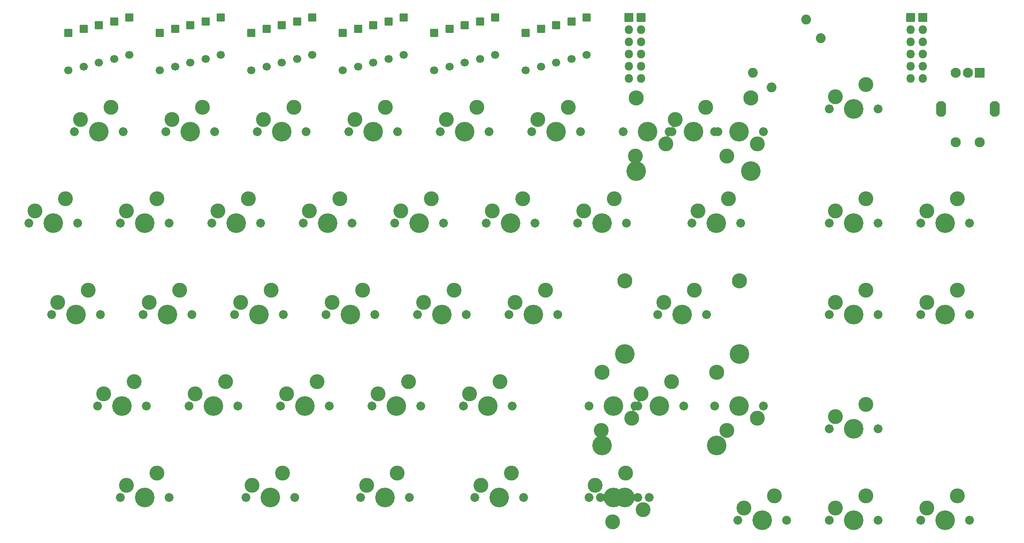
<source format=gts>
%TF.GenerationSoftware,KiCad,Pcbnew,(6.0.5)*%
%TF.CreationDate,2022-07-21T21:28:30-06:00*%
%TF.ProjectId,kb_right,6b625f72-6967-4687-942e-6b696361645f,rev?*%
%TF.SameCoordinates,Original*%
%TF.FileFunction,Soldermask,Top*%
%TF.FilePolarity,Negative*%
%FSLAX46Y46*%
G04 Gerber Fmt 4.6, Leading zero omitted, Abs format (unit mm)*
G04 Created by KiCad (PCBNEW (6.0.5)) date 2022-07-21 21:28:30*
%MOMM*%
%LPD*%
G01*
G04 APERTURE LIST*
G04 Aperture macros list*
%AMRoundRect*
0 Rectangle with rounded corners*
0 $1 Rounding radius*
0 $2 $3 $4 $5 $6 $7 $8 $9 X,Y pos of 4 corners*
0 Add a 4 corners polygon primitive as box body*
4,1,4,$2,$3,$4,$5,$6,$7,$8,$9,$2,$3,0*
0 Add four circle primitives for the rounded corners*
1,1,$1+$1,$2,$3*
1,1,$1+$1,$4,$5*
1,1,$1+$1,$6,$7*
1,1,$1+$1,$8,$9*
0 Add four rect primitives between the rounded corners*
20,1,$1+$1,$2,$3,$4,$5,0*
20,1,$1+$1,$4,$5,$6,$7,0*
20,1,$1+$1,$6,$7,$8,$9,0*
20,1,$1+$1,$8,$9,$2,$3,0*%
G04 Aperture macros list end*
%ADD10C,4.087800*%
%ADD11C,1.850000*%
%ADD12C,3.100000*%
%ADD13RoundRect,0.050000X0.800000X-0.800000X0.800000X0.800000X-0.800000X0.800000X-0.800000X-0.800000X0*%
%ADD14C,1.700000*%
%ADD15C,3.148000*%
%ADD16O,2.100000X3.300000*%
%ADD17RoundRect,0.050000X-1.000000X1.000000X-1.000000X-1.000000X1.000000X-1.000000X1.000000X1.000000X0*%
%ADD18C,2.100000*%
%ADD19RoundRect,0.050000X0.850000X0.850000X-0.850000X0.850000X-0.850000X-0.850000X0.850000X-0.850000X0*%
%ADD20O,1.800000X1.800000*%
%ADD21C,2.050000*%
G04 APERTURE END LIST*
D10*
%TO.C,MX16*%
X160337500Y-76200000D03*
D11*
X165417500Y-76200000D03*
X155257500Y-76200000D03*
D12*
X162877500Y-71120000D03*
X156527500Y-73660000D03*
%TD*%
D13*
%TO.C,D15*%
X153987500Y-34200000D03*
D14*
X153987500Y-42000000D03*
%TD*%
D12*
%TO.C,MX34*%
X208915000Y-116522500D03*
D10*
X212725000Y-119062500D03*
D12*
X215265000Y-113982500D03*
D11*
X217805000Y-119062500D03*
X207645000Y-119062500D03*
%TD*%
D10*
%TO.C,MX11*%
X65087500Y-76200000D03*
D12*
X67627500Y-71120000D03*
D11*
X70167500Y-76200000D03*
X60007500Y-76200000D03*
D12*
X61277500Y-73660000D03*
%TD*%
D11*
%TO.C,MX4*%
X107632500Y-57150000D03*
D12*
X108902500Y-54610000D03*
X115252500Y-52070000D03*
D10*
X112712500Y-57150000D03*
D11*
X117792500Y-57150000D03*
%TD*%
D13*
%TO.C,D11*%
X77787500Y-34200000D03*
D14*
X77787500Y-42000000D03*
%TD*%
D13*
%TO.C,D13*%
X115887500Y-34200000D03*
D14*
X115887500Y-42000000D03*
%TD*%
D11*
%TO.C,MX6*%
X145732500Y-57150000D03*
D10*
X150812500Y-57150000D03*
D11*
X155892500Y-57150000D03*
D12*
X153352500Y-52070000D03*
X147002500Y-54610000D03*
%TD*%
D13*
%TO.C,D12*%
X96837500Y-34200000D03*
D14*
X96837500Y-42000000D03*
%TD*%
D13*
%TO.C,D37*%
X68262500Y-36581250D03*
D14*
X68262500Y-44381250D03*
%TD*%
D11*
%TO.C,MX33*%
X177323750Y-114300000D03*
D10*
X160305750Y-122555000D03*
D12*
X168433750Y-111760000D03*
X174783750Y-109220000D03*
D10*
X184181750Y-122555000D03*
D15*
X160305750Y-107315000D03*
X184181750Y-107315000D03*
D10*
X172243750Y-114300000D03*
D11*
X167163750Y-114300000D03*
%TD*%
D13*
%TO.C,D41*%
X144462500Y-36581250D03*
D14*
X144462500Y-44381250D03*
%TD*%
D10*
%TO.C,MX32*%
X136525000Y-114300000D03*
D12*
X139065000Y-109220000D03*
D11*
X131445000Y-114300000D03*
D12*
X132715000Y-111760000D03*
D11*
X141605000Y-114300000D03*
%TD*%
%TO.C,MX38*%
X120173750Y-133350000D03*
D12*
X117633750Y-128270000D03*
D11*
X110013750Y-133350000D03*
D12*
X111283750Y-130810000D03*
D10*
X115093750Y-133350000D03*
%TD*%
D13*
%TO.C,D39*%
X106362500Y-36581250D03*
D14*
X106362500Y-44381250D03*
%TD*%
D12*
%TO.C,MX43*%
X227965000Y-135572500D03*
X234315000Y-133032500D03*
D10*
X231775000Y-138112500D03*
D11*
X236855000Y-138112500D03*
X226695000Y-138112500D03*
%TD*%
D13*
%TO.C,D5*%
X138112500Y-33406250D03*
D14*
X138112500Y-41206250D03*
%TD*%
D13*
%TO.C,D29*%
X71437500Y-35787500D03*
D14*
X71437500Y-43587500D03*
%TD*%
D10*
%TO.C,MX17*%
X184150000Y-76200000D03*
D11*
X189230000Y-76200000D03*
X179070000Y-76200000D03*
D12*
X186690000Y-71120000D03*
X180340000Y-73660000D03*
%TD*%
D10*
%TO.C,MX8*%
X188912500Y-57150000D03*
D11*
X183832500Y-57150000D03*
D12*
X186372500Y-62230000D03*
X192722500Y-59690000D03*
D11*
X193992500Y-57150000D03*
%TD*%
D13*
%TO.C,D6*%
X157162500Y-33406250D03*
D14*
X157162500Y-41206250D03*
%TD*%
D11*
%TO.C,MX14*%
X117157500Y-76200000D03*
D10*
X122237500Y-76200000D03*
D11*
X127317500Y-76200000D03*
D12*
X124777500Y-71120000D03*
X118427500Y-73660000D03*
%TD*%
D11*
%TO.C,MX24*%
X140970000Y-95250000D03*
D12*
X148590000Y-90170000D03*
X142240000Y-92710000D03*
D10*
X146050000Y-95250000D03*
D11*
X151130000Y-95250000D03*
%TD*%
D10*
%TO.C,MX40*%
X162718750Y-133350000D03*
D11*
X157638750Y-133350000D03*
D12*
X165258750Y-128270000D03*
D11*
X167798750Y-133350000D03*
D12*
X158908750Y-130810000D03*
%TD*%
D11*
%TO.C,MX1*%
X50482500Y-57150000D03*
D12*
X51752500Y-54610000D03*
D11*
X60642500Y-57150000D03*
D12*
X58102500Y-52070000D03*
D10*
X55562500Y-57150000D03*
%TD*%
D11*
%TO.C,MX9*%
X217805000Y-52387500D03*
X207645000Y-52387500D03*
D10*
X212725000Y-52387500D03*
D12*
X215265000Y-47307500D03*
X208915000Y-49847500D03*
%TD*%
D11*
%TO.C,MX28*%
X55245000Y-114300000D03*
X65405000Y-114300000D03*
D12*
X62865000Y-109220000D03*
X56515000Y-111760000D03*
D10*
X60325000Y-114300000D03*
%TD*%
D13*
%TO.C,D33*%
X147637500Y-35787500D03*
D14*
X147637500Y-43587500D03*
%TD*%
D13*
%TO.C,D22*%
X112712500Y-34993750D03*
D14*
X112712500Y-42793750D03*
%TD*%
D12*
%TO.C,MX42*%
X208915000Y-135572500D03*
X215265000Y-133032500D03*
D11*
X207645000Y-138112500D03*
X217805000Y-138112500D03*
D10*
X212725000Y-138112500D03*
%TD*%
D13*
%TO.C,D14*%
X134937500Y-34200000D03*
D14*
X134937500Y-42000000D03*
%TD*%
D13*
%TO.C,D40*%
X125412500Y-36581250D03*
D14*
X125412500Y-44381250D03*
%TD*%
D13*
%TO.C,D32*%
X128587500Y-35787500D03*
D14*
X128587500Y-43587500D03*
%TD*%
D13*
%TO.C,D20*%
X74612500Y-34993750D03*
D14*
X74612500Y-42793750D03*
%TD*%
D12*
%TO.C,MX18*%
X208915000Y-73660000D03*
D11*
X217805000Y-76200000D03*
X207645000Y-76200000D03*
D12*
X215265000Y-71120000D03*
D10*
X212725000Y-76200000D03*
%TD*%
D11*
%TO.C,MX3*%
X98742500Y-57150000D03*
D12*
X89852500Y-54610000D03*
X96202500Y-52070000D03*
D10*
X93662500Y-57150000D03*
D11*
X88582500Y-57150000D03*
%TD*%
%TO.C,MX31*%
X112395000Y-114300000D03*
D12*
X120015000Y-109220000D03*
D10*
X117475000Y-114300000D03*
D11*
X122555000Y-114300000D03*
D12*
X113665000Y-111760000D03*
%TD*%
D11*
%TO.C,MX23*%
X121920000Y-95250000D03*
X132080000Y-95250000D03*
D12*
X123190000Y-92710000D03*
X129540000Y-90170000D03*
D10*
X127000000Y-95250000D03*
%TD*%
D11*
%TO.C,MX26*%
X217805000Y-95250000D03*
X207645000Y-95250000D03*
D12*
X215265000Y-90170000D03*
D10*
X212725000Y-95250000D03*
D12*
X208915000Y-92710000D03*
%TD*%
D10*
%TO.C,MX25*%
X165068250Y-103505000D03*
D15*
X165068250Y-88265000D03*
D11*
X171926250Y-95250000D03*
D10*
X188944250Y-103505000D03*
D15*
X188944250Y-88265000D03*
D12*
X179546250Y-90170000D03*
X173196250Y-92710000D03*
D10*
X177006250Y-95250000D03*
D11*
X182086250Y-95250000D03*
%TD*%
D13*
%TO.C,D30*%
X90487500Y-35787500D03*
D14*
X90487500Y-43587500D03*
%TD*%
D10*
%TO.C,MX15*%
X141287500Y-76200000D03*
D12*
X143827500Y-71120000D03*
D11*
X146367500Y-76200000D03*
X136207500Y-76200000D03*
D12*
X137477500Y-73660000D03*
%TD*%
D13*
%TO.C,D10*%
X58737500Y-34200000D03*
D14*
X58737500Y-42000000D03*
%TD*%
D12*
%TO.C,MX7*%
X167322500Y-62230000D03*
D10*
X169862500Y-57150000D03*
D12*
X173672500Y-59690000D03*
D11*
X174942500Y-57150000D03*
X164782500Y-57150000D03*
%TD*%
%TO.C,MX21*%
X83820000Y-95250000D03*
D12*
X91440000Y-90170000D03*
X85090000Y-92710000D03*
D10*
X88900000Y-95250000D03*
D11*
X93980000Y-95250000D03*
%TD*%
D12*
%TO.C,MX22*%
X104140000Y-92710000D03*
D11*
X113030000Y-95250000D03*
D10*
X107950000Y-95250000D03*
D12*
X110490000Y-90170000D03*
D11*
X102870000Y-95250000D03*
%TD*%
D13*
%TO.C,D36*%
X49212500Y-36581250D03*
D14*
X49212500Y-44381250D03*
%TD*%
D12*
%TO.C,MX2*%
X70802500Y-54610000D03*
D10*
X74612500Y-57150000D03*
D11*
X69532500Y-57150000D03*
X79692500Y-57150000D03*
D12*
X77152500Y-52070000D03*
%TD*%
D13*
%TO.C,D19*%
X55562500Y-34993750D03*
D14*
X55562500Y-42793750D03*
%TD*%
D13*
%TO.C,D24*%
X150812500Y-34993750D03*
D14*
X150812500Y-42793750D03*
%TD*%
D10*
%TO.C,MX7_1*%
X191325500Y-65405000D03*
X167449500Y-65405000D03*
D15*
X167449500Y-50165000D03*
D10*
X179387500Y-57150000D03*
D12*
X181927500Y-52070000D03*
D11*
X184467500Y-57150000D03*
D12*
X175577500Y-54610000D03*
D15*
X191325500Y-50165000D03*
D11*
X174307500Y-57150000D03*
%TD*%
D12*
%TO.C,MX20*%
X66040000Y-92710000D03*
D11*
X74930000Y-95250000D03*
D10*
X69850000Y-95250000D03*
D12*
X72390000Y-90170000D03*
D11*
X64770000Y-95250000D03*
%TD*%
%TO.C,MX32_1*%
X193992500Y-114300000D03*
X183832500Y-114300000D03*
D12*
X186372500Y-119380000D03*
D10*
X188912500Y-114300000D03*
D12*
X192722500Y-116840000D03*
%TD*%
%TO.C,MX37*%
X93821250Y-128270000D03*
D11*
X86201250Y-133350000D03*
D10*
X91281250Y-133350000D03*
D11*
X96361250Y-133350000D03*
D12*
X87471250Y-130810000D03*
%TD*%
%TO.C,MX36*%
X61277500Y-130810000D03*
D11*
X70167500Y-133350000D03*
X60007500Y-133350000D03*
D10*
X65087500Y-133350000D03*
D12*
X67627500Y-128270000D03*
%TD*%
D11*
%TO.C,MX32_2*%
X157638750Y-114300000D03*
D12*
X160178750Y-119380000D03*
X166528750Y-116840000D03*
D11*
X167798750Y-114300000D03*
D10*
X162718750Y-114300000D03*
%TD*%
D11*
%TO.C,MX40_1*%
X160020000Y-133350000D03*
D10*
X165100000Y-133350000D03*
D12*
X162560000Y-138430000D03*
D11*
X170180000Y-133350000D03*
D12*
X168910000Y-135890000D03*
%TD*%
%TO.C,MX39*%
X135096250Y-130810000D03*
D11*
X143986250Y-133350000D03*
D10*
X138906250Y-133350000D03*
D11*
X133826250Y-133350000D03*
D12*
X141446250Y-128270000D03*
%TD*%
D13*
%TO.C,D23*%
X131762500Y-34993750D03*
D14*
X131762500Y-42793750D03*
%TD*%
D10*
%TO.C,MX29*%
X79375000Y-114300000D03*
D11*
X84455000Y-114300000D03*
X74295000Y-114300000D03*
D12*
X75565000Y-111760000D03*
X81915000Y-109220000D03*
%TD*%
D13*
%TO.C,D2*%
X80962500Y-33406250D03*
D14*
X80962500Y-41206250D03*
%TD*%
D12*
%TO.C,MX13*%
X105727500Y-71120000D03*
D11*
X98107500Y-76200000D03*
X108267500Y-76200000D03*
D10*
X103187500Y-76200000D03*
D12*
X99377500Y-73660000D03*
%TD*%
D11*
%TO.C,MX19*%
X45720000Y-95250000D03*
D12*
X46990000Y-92710000D03*
X53340000Y-90170000D03*
D11*
X55880000Y-95250000D03*
D10*
X50800000Y-95250000D03*
%TD*%
D12*
%TO.C,MX10*%
X42227500Y-73660000D03*
X48577500Y-71120000D03*
D10*
X46037500Y-76200000D03*
D11*
X40957500Y-76200000D03*
X51117500Y-76200000D03*
%TD*%
%TO.C,MX27*%
X236855000Y-76200000D03*
X226695000Y-76200000D03*
D12*
X234315000Y-71120000D03*
X227965000Y-73660000D03*
D10*
X231775000Y-76200000D03*
%TD*%
D13*
%TO.C,D31*%
X109537500Y-35787500D03*
D14*
X109537500Y-43587500D03*
%TD*%
D13*
%TO.C,D28*%
X52387500Y-35787500D03*
D14*
X52387500Y-43587500D03*
%TD*%
D12*
%TO.C,MX30*%
X94615000Y-111760000D03*
X100965000Y-109220000D03*
D10*
X98425000Y-114300000D03*
D11*
X93345000Y-114300000D03*
X103505000Y-114300000D03*
%TD*%
D16*
%TO.C,SW1*%
X242137500Y-52387500D03*
X230937500Y-52387500D03*
D17*
X239037500Y-44887500D03*
D18*
X234037500Y-44887500D03*
X236537500Y-44887500D03*
X234037500Y-59387500D03*
X239037500Y-59387500D03*
%TD*%
D10*
%TO.C,MX35*%
X231775000Y-95250000D03*
D12*
X227965000Y-92710000D03*
D11*
X226695000Y-95250000D03*
X236855000Y-95250000D03*
D12*
X234315000Y-90170000D03*
%TD*%
D13*
%TO.C,D3*%
X100012500Y-33406250D03*
D14*
X100012500Y-41206250D03*
%TD*%
D11*
%TO.C,MX5*%
X136842500Y-57150000D03*
D12*
X127952500Y-54610000D03*
D11*
X126682500Y-57150000D03*
D12*
X134302500Y-52070000D03*
D10*
X131762500Y-57150000D03*
%TD*%
D13*
%TO.C,D4*%
X119062500Y-33406250D03*
D14*
X119062500Y-41206250D03*
%TD*%
D11*
%TO.C,MX41*%
X198755000Y-138112500D03*
D12*
X196215000Y-133032500D03*
X189865000Y-135572500D03*
D11*
X188595000Y-138112500D03*
D10*
X193675000Y-138112500D03*
%TD*%
D13*
%TO.C,D21*%
X93662500Y-34993750D03*
D14*
X93662500Y-42793750D03*
%TD*%
D12*
%TO.C,MX12*%
X86677500Y-71120000D03*
D11*
X89217500Y-76200000D03*
D10*
X84137500Y-76200000D03*
D12*
X80327500Y-73660000D03*
D11*
X79057500Y-76200000D03*
%TD*%
D13*
%TO.C,D1*%
X61912500Y-33406250D03*
D14*
X61912500Y-41206250D03*
%TD*%
D13*
%TO.C,D38*%
X87312500Y-36581250D03*
D14*
X87312500Y-44381250D03*
%TD*%
D19*
%TO.C,J4*%
X168433750Y-33337500D03*
D20*
X168433750Y-35877500D03*
X168433750Y-38417500D03*
X168433750Y-40957500D03*
X168433750Y-43497500D03*
X168433750Y-46037500D03*
%TD*%
D19*
%TO.C,J5*%
X165893750Y-33337500D03*
D20*
X165893750Y-35877500D03*
X165893750Y-38417500D03*
X165893750Y-40957500D03*
X165893750Y-43497500D03*
X165893750Y-46037500D03*
%TD*%
D19*
%TO.C,J2*%
X227171250Y-33337500D03*
D20*
X227171250Y-35877500D03*
X227171250Y-38417500D03*
X227171250Y-40957500D03*
X227171250Y-43497500D03*
X227171250Y-46037500D03*
%TD*%
D19*
%TO.C,J3*%
X224631250Y-33337500D03*
D20*
X224631250Y-35877500D03*
X224631250Y-38417500D03*
X224631250Y-40957500D03*
X224631250Y-43497500D03*
X224631250Y-46037500D03*
%TD*%
D21*
%TO.C,J1*%
X205879799Y-37670501D03*
X195626751Y-47923549D03*
X191737664Y-44882990D03*
X202839240Y-33781414D03*
%TD*%
G36*
X160756602Y-133908191D02*
G01*
X160823374Y-134103214D01*
X160822989Y-134105177D01*
X160821097Y-134105825D01*
X160819849Y-134105017D01*
X160779475Y-134047918D01*
X160714221Y-134021542D01*
X160644865Y-134034670D01*
X160642846Y-134035959D01*
X160640848Y-134036048D01*
X160639772Y-134034362D01*
X160640284Y-134032935D01*
X160753224Y-133907501D01*
X160755126Y-133906883D01*
X160756602Y-133908191D01*
G37*
G36*
X167065473Y-133907443D02*
G01*
X167181149Y-134035915D01*
X167185237Y-134038884D01*
X167186051Y-134040711D01*
X167184876Y-134042329D01*
X167183247Y-134042329D01*
X167132228Y-134019576D01*
X167062652Y-134030211D01*
X167009722Y-134076905D01*
X166999843Y-134096755D01*
X166998177Y-134097860D01*
X166996386Y-134096969D01*
X166996182Y-134095157D01*
X167054745Y-133940174D01*
X167062037Y-133908335D01*
X167063399Y-133906869D01*
X167065473Y-133907443D01*
G37*
G36*
X166998770Y-132597389D02*
G01*
X167039738Y-132654060D01*
X167105265Y-132679753D01*
X167174707Y-132665854D01*
X167176602Y-132666495D01*
X167176995Y-132668456D01*
X167176586Y-132669153D01*
X167066468Y-132791452D01*
X167064566Y-132792070D01*
X167063097Y-132790782D01*
X166995264Y-132599229D01*
X166995628Y-132597262D01*
X166997513Y-132596594D01*
X166998770Y-132597389D01*
G37*
G36*
X160822536Y-132601358D02*
G01*
X160822761Y-132603170D01*
X160757931Y-132780328D01*
X160755708Y-132790524D01*
X160754362Y-132792003D01*
X160752268Y-132791436D01*
X160637601Y-132664085D01*
X160633414Y-132661044D01*
X160632600Y-132659217D01*
X160633775Y-132657599D01*
X160635378Y-132657588D01*
X160687968Y-132680167D01*
X160757391Y-132668562D01*
X160809663Y-132621133D01*
X160819082Y-132601614D01*
X160820735Y-132600488D01*
X160822536Y-132601358D01*
G37*
G36*
X159267458Y-120631154D02*
G01*
X159268864Y-120632355D01*
X159410050Y-120718873D01*
X159411004Y-120720630D01*
X159409790Y-120722418D01*
X159378745Y-120735660D01*
X159234298Y-120822110D01*
X159232298Y-120822142D01*
X159231271Y-120820425D01*
X159231802Y-120819037D01*
X159279258Y-120767675D01*
X159291492Y-120698360D01*
X159264314Y-120633447D01*
X159264568Y-120631464D01*
X159266412Y-120630691D01*
X159267458Y-120631154D01*
G37*
G36*
X161269878Y-120481507D02*
G01*
X161269415Y-120483190D01*
X161266419Y-120486606D01*
X161266207Y-120486813D01*
X161216264Y-120529093D01*
X161177366Y-120588116D01*
X161176557Y-120658496D01*
X161214000Y-120718259D01*
X161245246Y-120738268D01*
X161246165Y-120740044D01*
X161245086Y-120741728D01*
X161243363Y-120741783D01*
X161052674Y-120658076D01*
X161051490Y-120656464D01*
X161052433Y-120654540D01*
X161088635Y-120632355D01*
X161266612Y-120480350D01*
X161268579Y-120479986D01*
X161269878Y-120481507D01*
G37*
G36*
X166595122Y-115021495D02*
G01*
X166702258Y-115099333D01*
X166878530Y-115177815D01*
X167067270Y-115217933D01*
X167249420Y-115217933D01*
X167251152Y-115218933D01*
X167251152Y-115220933D01*
X167250129Y-115221803D01*
X167196430Y-115242162D01*
X167154554Y-115298735D01*
X167149912Y-115368968D01*
X167184040Y-115430676D01*
X167204517Y-115445266D01*
X167205347Y-115447086D01*
X167204186Y-115448714D01*
X167202591Y-115448743D01*
X167007107Y-115367771D01*
X166770908Y-115311065D01*
X166574107Y-115295576D01*
X166572459Y-115294443D01*
X166572616Y-115292449D01*
X166573726Y-115291656D01*
X166636977Y-115273980D01*
X166683761Y-115221396D01*
X166694689Y-115151862D01*
X166666246Y-115087359D01*
X166644068Y-115069063D01*
X166643703Y-115068085D01*
X166592650Y-115024636D01*
X166591979Y-115022752D01*
X166593275Y-115021229D01*
X166595122Y-115021495D01*
G37*
G36*
X167955393Y-113232229D02*
G01*
X168191592Y-113288935D01*
X168391248Y-113304649D01*
X168392896Y-113305782D01*
X168392739Y-113307776D01*
X168391579Y-113308583D01*
X168328725Y-113324387D01*
X168280581Y-113375730D01*
X168267836Y-113444951D01*
X168294612Y-113510252D01*
X168312487Y-113528422D01*
X168364737Y-113571647D01*
X168365434Y-113573522D01*
X168364159Y-113575063D01*
X168362286Y-113574806D01*
X168260242Y-113500667D01*
X168083970Y-113422185D01*
X167895230Y-113382067D01*
X167714376Y-113382067D01*
X167712644Y-113381067D01*
X167712644Y-113379067D01*
X167713641Y-113378207D01*
X167767052Y-113357100D01*
X167808134Y-113299948D01*
X167811795Y-113229658D01*
X167776798Y-113168414D01*
X167757648Y-113154592D01*
X167756828Y-113152767D01*
X167757999Y-113151145D01*
X167759583Y-113151122D01*
X167955393Y-113232229D01*
G37*
G36*
X166411208Y-63481154D02*
G01*
X166412614Y-63482355D01*
X166553800Y-63568873D01*
X166554754Y-63570630D01*
X166553540Y-63572418D01*
X166522495Y-63585660D01*
X166378048Y-63672110D01*
X166376048Y-63672142D01*
X166375021Y-63670425D01*
X166375552Y-63669037D01*
X166423008Y-63617675D01*
X166435242Y-63548360D01*
X166408064Y-63483447D01*
X166408318Y-63481464D01*
X166410162Y-63480691D01*
X166411208Y-63481154D01*
G37*
G36*
X168413628Y-63331507D02*
G01*
X168413165Y-63333190D01*
X168410169Y-63336606D01*
X168409957Y-63336813D01*
X168360014Y-63379093D01*
X168321116Y-63438116D01*
X168320307Y-63508496D01*
X168357750Y-63568259D01*
X168388996Y-63588268D01*
X168389915Y-63590044D01*
X168388836Y-63591728D01*
X168387113Y-63591783D01*
X168196424Y-63508076D01*
X168195240Y-63506464D01*
X168196183Y-63504540D01*
X168232385Y-63482355D01*
X168410362Y-63330350D01*
X168412329Y-63329986D01*
X168413628Y-63331507D01*
G37*
G36*
X173738872Y-57871495D02*
G01*
X173846008Y-57949333D01*
X174022280Y-58027815D01*
X174211020Y-58067933D01*
X174393170Y-58067933D01*
X174394902Y-58068933D01*
X174394902Y-58070933D01*
X174393879Y-58071803D01*
X174340180Y-58092162D01*
X174298304Y-58148735D01*
X174293662Y-58218968D01*
X174327790Y-58280676D01*
X174348267Y-58295266D01*
X174349097Y-58297086D01*
X174347936Y-58298714D01*
X174346341Y-58298743D01*
X174150857Y-58217771D01*
X173914658Y-58161065D01*
X173717857Y-58145576D01*
X173716209Y-58144443D01*
X173716366Y-58142449D01*
X173717476Y-58141656D01*
X173780727Y-58123980D01*
X173827511Y-58071396D01*
X173838439Y-58001862D01*
X173809996Y-57937359D01*
X173787818Y-57919063D01*
X173787453Y-57918085D01*
X173736400Y-57874636D01*
X173735729Y-57872752D01*
X173737025Y-57871229D01*
X173738872Y-57871495D01*
G37*
G36*
X175099143Y-56082229D02*
G01*
X175335342Y-56138935D01*
X175534998Y-56154649D01*
X175536646Y-56155782D01*
X175536489Y-56157776D01*
X175535329Y-56158583D01*
X175472475Y-56174387D01*
X175424331Y-56225730D01*
X175411586Y-56294951D01*
X175438362Y-56360252D01*
X175456237Y-56378422D01*
X175508487Y-56421647D01*
X175509184Y-56423522D01*
X175507909Y-56425063D01*
X175506036Y-56424806D01*
X175403992Y-56350667D01*
X175227720Y-56272185D01*
X175038980Y-56232067D01*
X174858126Y-56232067D01*
X174856394Y-56231067D01*
X174856394Y-56229067D01*
X174857391Y-56228207D01*
X174910802Y-56207100D01*
X174951884Y-56149948D01*
X174955545Y-56079658D01*
X174920548Y-56018414D01*
X174901398Y-56004592D01*
X174900578Y-56002767D01*
X174901749Y-56001145D01*
X174903333Y-56001122D01*
X175099143Y-56082229D01*
G37*
M02*

</source>
